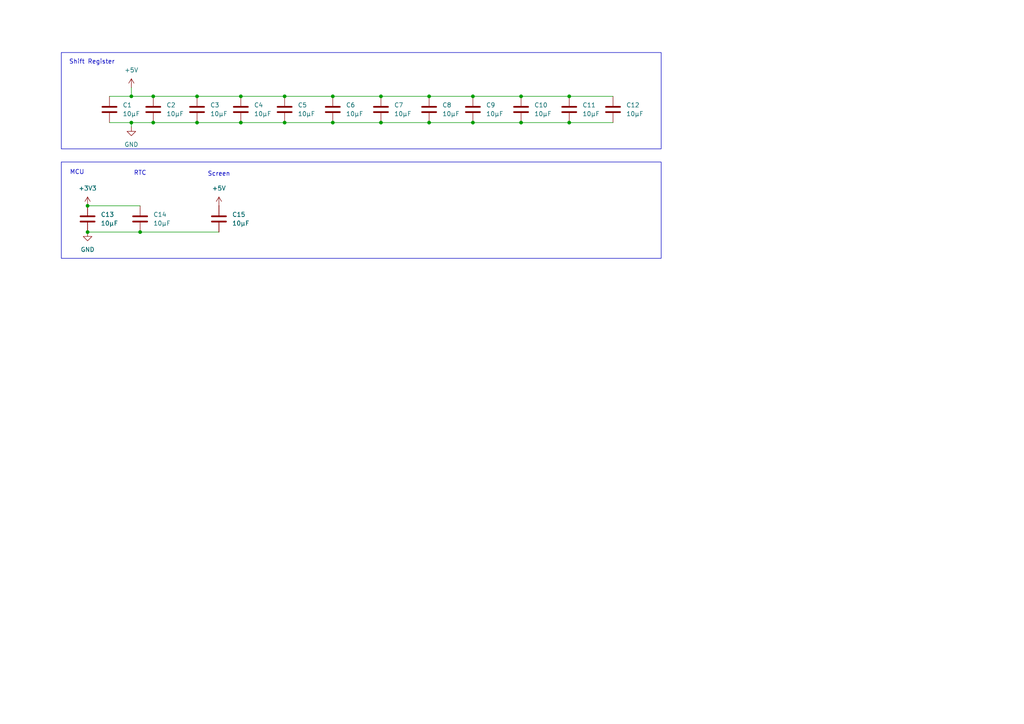
<source format=kicad_sch>
(kicad_sch (version 20231120) (generator "eeschema") (generator_version "8.0")
  (paper "A4")
  (lib_symbols
    (symbol "Device:C" (pin_numbers hide) (pin_names (offset 0.254))
      (property "Reference" "C" (at 0.635 2.54 0))
      (property "Value" "C" (at 0.635 -2.54 0))
      (symbol "C_0_1"
        (polyline (pts (xy -2.032 -0.762) (xy 2.032 -0.762)) (stroke (width 0.508)))
        (polyline (pts (xy -2.032 0.762) (xy 2.032 0.762)) (stroke (width 0.508)))
      )
      (symbol "C_1_1"
        (pin passive line (at 0 3.81 270) (length 2.794) (name "~") (number "1"))
        (pin passive line (at 0 -3.81 90) (length 2.794) (name "~") (number "2"))
      )
    )
    (symbol "power:+3V3" (power) (pin_numbers hide) (pin_names (offset 0) hide)
      (property "Value" "+3V3" (at 0 3.556 0))
      (symbol "+3V3_0_1"
        (polyline (pts (xy -0.762 1.27) (xy 0 2.54)))
        (polyline (pts (xy 0 0) (xy 0 2.54)))
        (polyline (pts (xy 0 2.54) (xy 0.762 1.27)))
      )
      (symbol "+3V3_1_1"
        (pin power_in line (at 0 0 90) (length 0) (name "~") (number "1"))
      )
    )
    (symbol "power:+5V" (power) (pin_numbers hide) (pin_names (offset 0) hide)
      (property "Value" "+5V" (at 0 3.556 0))
      (symbol "+5V_0_1"
        (polyline (pts (xy -0.762 1.27) (xy 0 2.54)))
        (polyline (pts (xy 0 0) (xy 0 2.54)))
        (polyline (pts (xy 0 2.54) (xy 0.762 1.27)))
      )
      (symbol "+5V_1_1"
        (pin power_in line (at 0 0 90) (length 0) (name "~") (number "1"))
      )
    )
    (symbol "power:GND" (power) (pin_numbers hide) (pin_names (offset 0) hide)
      (property "Value" "GND" (at 0 -3.81 0))
      (symbol "GND_0_1"
        (polyline (pts (xy 0 0) (xy 0 -1.27) (xy 1.27 -1.27) (xy 0 -2.54) (xy -1.27 -1.27) (xy 0 -1.27)))
      )
      (symbol "GND_1_1"
        (pin power_in line (at 0 0 270) (length 0) (name "~") (number "1"))
      )
    )
  )
  (junction (at 57.15 35.56))
  (junction (at 38.1 27.94))
  (junction (at 165.1 27.94))
  (junction (at 40.64 67.31))
  (junction (at 110.49 27.94))
  (junction (at 57.15 27.94))
  (junction (at 96.52 35.56))
  (junction (at 69.85 35.56))
  (junction (at 165.1 35.56))
  (junction (at 151.13 27.94))
  (junction (at 38.1 35.56))
  (junction (at 44.45 27.94))
  (junction (at 96.52 27.94))
  (junction (at 110.49 35.56))
  (junction (at 25.4 67.31))
  (junction (at 44.45 35.56))
  (junction (at 82.55 35.56))
  (junction (at 137.16 35.56))
  (junction (at 151.13 35.56))
  (junction (at 137.16 27.94))
  (junction (at 124.46 27.94))
  (junction (at 82.55 27.94))
  (junction (at 69.85 27.94))
  (junction (at 124.46 35.56))
  (junction (at 25.4 59.69))
  (wire (pts (xy 124.46 35.56) (xy 137.16 35.56)))
  (wire (pts (xy 31.75 35.56) (xy 38.1 35.56)))
  (wire (pts (xy 25.4 67.31) (xy 40.64 67.31)))
  (wire (pts (xy 38.1 35.56) (xy 38.1 36.83)))
  (wire (pts (xy 57.15 27.94) (xy 69.85 27.94)))
  (wire (pts (xy 165.1 27.94) (xy 177.8 27.94)))
  (wire (pts (xy 44.45 27.94) (xy 57.15 27.94)))
  (wire (pts (xy 82.55 35.56) (xy 96.52 35.56)))
  (wire (pts (xy 96.52 27.94) (xy 110.49 27.94)))
  (wire (pts (xy 44.45 35.56) (xy 57.15 35.56)))
  (wire (pts (xy 110.49 35.56) (xy 124.46 35.56)))
  (wire (pts (xy 151.13 27.94) (xy 165.1 27.94)))
  (wire (pts (xy 137.16 27.94) (xy 151.13 27.94)))
  (wire (pts (xy 40.64 67.31) (xy 63.5 67.31)))
  (wire (pts (xy 31.75 27.94) (xy 38.1 27.94)))
  (wire (pts (xy 110.49 27.94) (xy 124.46 27.94)))
  (wire (pts (xy 124.46 27.94) (xy 137.16 27.94)))
  (wire (pts (xy 69.85 35.56) (xy 82.55 35.56)))
  (wire (pts (xy 137.16 35.56) (xy 151.13 35.56)))
  (wire (pts (xy 38.1 27.94) (xy 44.45 27.94)))
  (wire (pts (xy 38.1 35.56) (xy 44.45 35.56)))
  (wire (pts (xy 82.55 27.94) (xy 96.52 27.94)))
  (wire (pts (xy 38.1 25.4) (xy 38.1 27.94)))
  (wire (pts (xy 96.52 35.56) (xy 110.49 35.56)))
  (wire (pts (xy 165.1 35.56) (xy 177.8 35.56)))
  (wire (pts (xy 69.85 27.94) (xy 82.55 27.94)))
  (wire (pts (xy 25.4 59.69) (xy 40.64 59.69)))
  (wire (pts (xy 57.15 35.56) (xy 69.85 35.56)))
  (wire (pts (xy 151.13 35.56) (xy 165.1 35.56)))
  (rectangle (start 17.78 46.99) (end 191.77 74.93))
  (rectangle (start 17.78 15.24) (end 191.77 43.18))
  (text "Shift Register" (at 26.67 18.034 0) (effects (font (size 1.27 1.27))))
  (text "MCU" (at 22.352 50.038 0) (effects (font (size 1.27 1.27))))
  (text "RTC" (at 40.64 50.292 0) (effects (font (size 1.27 1.27))))
  (text "Screen" (at 63.5 50.546 0) (effects (font (size 1.27 1.27))))
  (symbol (lib_id "power:+5V") (at 38.1 25.4 0) (unit 1)
    (property "Reference" "#PWR040" (effects (hide yes)))
    (property "Value" "+5V" (at 38.1 20.32 0))
    (property "Description" "Power symbol creates a global label with name \"+5V\"" (effects (hide yes)))
  )
  (symbol (lib_id "Device:C") (at 82.55 31.75 0) (unit 1)
    (property "Reference" "C5" (at 86.36 30.4799 0) (effects (justify left)))
    (property "Value" "10µF" (at 86.36 33.0199 0) (effects (justify left)))
    (property "Footprint" "Capacitor_SMD:C_0805_2012Metric" (effects (hide yes)))
    (property "Description" "Unpolarized capacitor" (effects (hide yes)))
  )
  (symbol (lib_id "Device:C") (at 63.5 63.5 0) (unit 1)
    (property "Reference" "C15" (at 67.31 62.2299 0) (effects (justify left)))
    (property "Value" "10µF" (at 67.31 64.7699 0) (effects (justify left)))
    (property "Footprint" "Capacitor_SMD:C_0805_2012Metric" (effects (hide yes)))
    (property "Description" "Unpolarized capacitor" (effects (hide yes)))
  )
  (symbol (lib_id "Device:C") (at 151.13 31.75 0) (unit 1)
    (property "Reference" "C10" (at 154.94 30.4799 0) (effects (justify left)))
    (property "Value" "10µF" (at 154.94 33.0199 0) (effects (justify left)))
    (property "Footprint" "Capacitor_SMD:C_0805_2012Metric" (effects (hide yes)))
    (property "Description" "Unpolarized capacitor" (effects (hide yes)))
  )
  (symbol (lib_id "Device:C") (at 124.46 31.75 0) (unit 1)
    (property "Reference" "C8" (at 128.27 30.4799 0) (effects (justify left)))
    (property "Value" "10µF" (at 128.27 33.0199 0) (effects (justify left)))
    (property "Footprint" "Capacitor_SMD:C_0805_2012Metric" (effects (hide yes)))
    (property "Description" "Unpolarized capacitor" (effects (hide yes)))
  )
  (symbol (lib_id "Device:C") (at 57.15 31.75 0) (unit 1)
    (property "Reference" "C3" (at 60.96 30.4799 0) (effects (justify left)))
    (property "Value" "10µF" (at 60.96 33.0199 0) (effects (justify left)))
    (property "Footprint" "Capacitor_SMD:C_0805_2012Metric" (effects (hide yes)))
    (property "Description" "Unpolarized capacitor" (effects (hide yes)))
  )
  (symbol (lib_id "Device:C") (at 165.1 31.75 0) (unit 1)
    (property "Reference" "C11" (at 168.91 30.4799 0) (effects (justify left)))
    (property "Value" "10µF" (at 168.91 33.0199 0) (effects (justify left)))
    (property "Footprint" "Capacitor_SMD:C_0805_2012Metric" (effects (hide yes)))
    (property "Description" "Unpolarized capacitor" (effects (hide yes)))
  )
  (symbol (lib_id "power:+3V3") (at 25.4 59.69 0) (unit 1)
    (property "Reference" "#PWR043" (effects (hide yes)))
    (property "Value" "+3V3" (at 25.4 54.61 0))
    (property "Description" "Power symbol creates a global label with name \"+3V3\"" (effects (hide yes)))
  )
  (symbol (lib_id "Device:C") (at 96.52 31.75 0) (unit 1)
    (property "Reference" "C6" (at 100.33 30.4799 0) (effects (justify left)))
    (property "Value" "10µF" (at 100.33 33.0199 0) (effects (justify left)))
    (property "Footprint" "Capacitor_SMD:C_0805_2012Metric" (effects (hide yes)))
    (property "Description" "Unpolarized capacitor" (effects (hide yes)))
  )
  (symbol (lib_id "Device:C") (at 177.8 31.75 0) (unit 1)
    (property "Reference" "C12" (at 181.61 30.4799 0) (effects (justify left)))
    (property "Value" "10µF" (at 181.61 33.0199 0) (effects (justify left)))
    (property "Footprint" "Capacitor_SMD:C_0805_2012Metric" (effects (hide yes)))
    (property "Description" "Unpolarized capacitor" (effects (hide yes)))
  )
  (symbol (lib_id "Device:C") (at 31.75 31.75 0) (unit 1)
    (property "Reference" "C1" (at 35.56 30.4799 0) (effects (justify left)))
    (property "Value" "10µF" (at 35.56 33.0199 0) (effects (justify left)))
    (property "Footprint" "Capacitor_SMD:C_0805_2012Metric" (effects (hide yes)))
    (property "Description" "Unpolarized capacitor" (effects (hide yes)))
  )
  (symbol (lib_id "Device:C") (at 44.45 31.75 0) (unit 1)
    (property "Reference" "C2" (at 48.26 30.4799 0) (effects (justify left)))
    (property "Value" "10µF" (at 48.26 33.0199 0) (effects (justify left)))
    (property "Footprint" "Capacitor_SMD:C_0805_2012Metric" (effects (hide yes)))
    (property "Description" "Unpolarized capacitor" (effects (hide yes)))
  )
  (symbol (lib_id "power:+5V") (at 63.5 59.69 0) (unit 1)
    (property "Reference" "#PWR048" (effects (hide yes)))
    (property "Value" "+5V" (at 63.5 54.61 0))
    (property "Description" "Power symbol creates a global label with name \"+5V\"" (effects (hide yes)))
  )
  (symbol (lib_id "Device:C") (at 25.4 63.5 0) (unit 1)
    (property "Reference" "C13" (at 29.21 62.2299 0) (effects (justify left)))
    (property "Value" "10µF" (at 29.21 64.7699 0) (effects (justify left)))
    (property "Footprint" "Capacitor_SMD:C_0805_2012Metric" (effects (hide yes)))
    (property "Description" "Unpolarized capacitor" (effects (hide yes)))
  )
  (symbol (lib_id "Device:C") (at 40.64 63.5 0) (unit 1)
    (property "Reference" "C14" (at 44.45 62.2299 0) (effects (justify left)))
    (property "Value" "10µF" (at 44.45 64.7699 0) (effects (justify left)))
    (property "Footprint" "Capacitor_SMD:C_0805_2012Metric" (effects (hide yes)))
    (property "Description" "Unpolarized capacitor" (effects (hide yes)))
  )
  (symbol (lib_id "Device:C") (at 137.16 31.75 0) (unit 1)
    (property "Reference" "C9" (at 140.97 30.4799 0) (effects (justify left)))
    (property "Value" "10µF" (at 140.97 33.0199 0) (effects (justify left)))
    (property "Footprint" "Capacitor_SMD:C_0805_2012Metric" (effects (hide yes)))
    (property "Description" "Unpolarized capacitor" (effects (hide yes)))
  )
  (symbol (lib_id "Device:C") (at 69.85 31.75 0) (unit 1)
    (property "Reference" "C4" (at 73.66 30.4799 0) (effects (justify left)))
    (property "Value" "10µF" (at 73.66 33.0199 0) (effects (justify left)))
    (property "Footprint" "Capacitor_SMD:C_0805_2012Metric" (effects (hide yes)))
    (property "Description" "Unpolarized capacitor" (effects (hide yes)))
  )
  (symbol (lib_id "Device:C") (at 110.49 31.75 0) (unit 1)
    (property "Reference" "C7" (at 114.3 30.4799 0) (effects (justify left)))
    (property "Value" "10µF" (at 114.3 33.0199 0) (effects (justify left)))
    (property "Footprint" "Capacitor_SMD:C_0805_2012Metric" (effects (hide yes)))
    (property "Description" "Unpolarized capacitor" (effects (hide yes)))
  )
  (symbol (lib_id "power:GND") (at 38.1 36.83 0) (unit 1)
    (property "Reference" "#PWR041" (effects (hide yes)))
    (property "Value" "GND" (at 38.1 41.91 0))
    (property "Description" "Power symbol creates a global label with name \"GND\" , ground" (effects (hide yes)))
  )
  (symbol (lib_id "power:GND") (at 25.4 67.31 0) (unit 1)
    (property "Reference" "#PWR042" (effects (hide yes)))
    (property "Value" "GND" (at 25.4 72.39 0))
    (property "Description" "Power symbol creates a global label with name \"GND\" , ground" (effects (hide yes)))
  )
)
</source>
